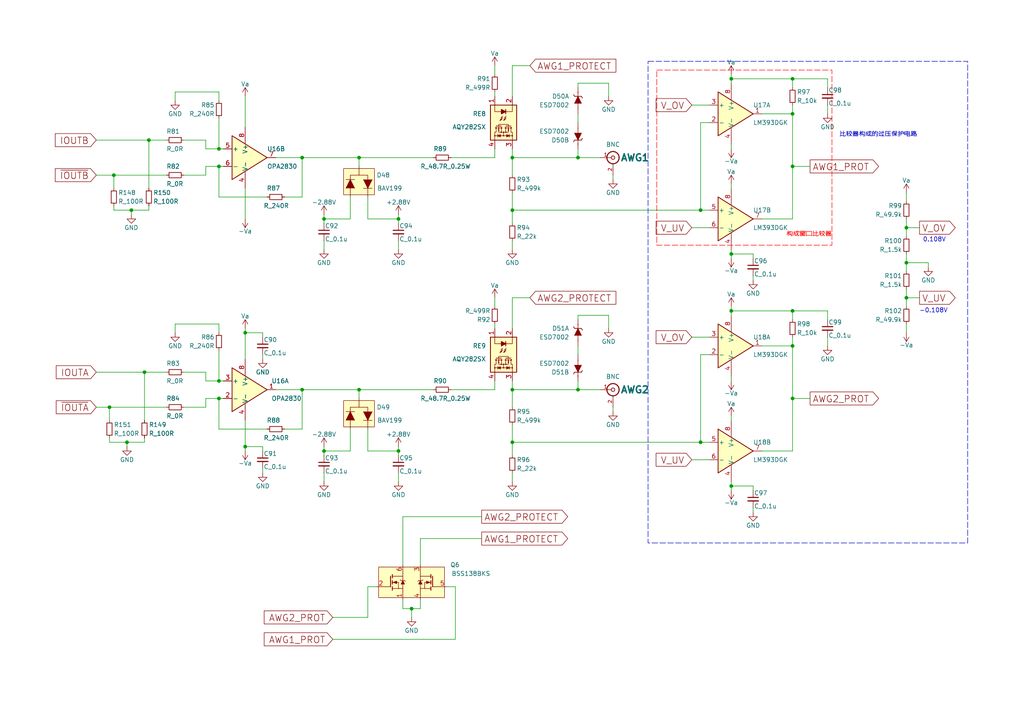
<source format=kicad_sch>
(kicad_sch (version 20231120) (generator "eeschema") (generator_version "8.0")
  (paper "A4")
  (title_block (title "Scopefun Oscilloscope") (rev "v2") (comment 1 "Copyright Dejan Priversek 2017") (comment 2 "Licensed under CERN OHL v.1.2"))
  (lib_symbols
    (symbol "ScopefunParts:+2.88V" (power) (pin_names (offset 0))
      (property "Value" "+2.88V" (at 0 3.556 0))
      (symbol "+2.88V_1_1"
        (pin power_in line (at 0 0 90) (length 0) hide (name "+2.88V") (number "1"))
      )
    )
    (symbol "ScopefunParts:+Va" (power) (pin_names (offset 0))
      (property "Value" "+Va" (at 0 3.556 0))
      (symbol "+Va_1_1"
        (pin power_in line (at 0 0 90) (length 0) hide (name "Va") (number "1"))
      )
    )
    (symbol "ScopefunParts:-2.88V" (power) (pin_names (offset 0))
      (property "Value" "-2.88V" (at 0 3.556 0))
      (symbol "-2.88V_1_1"
        (pin power_in line (at 0 0 90) (length 0) hide (name "-2.88V") (number "1"))
      )
    )
    (symbol "ScopefunParts:-Va" (power) (pin_names (offset 0))
      (property "Value" "-Va" (at 0 3.556 0))
      (symbol "-Va_1_1"
        (pin power_in line (at 0 0 90) (length 0) hide (name "-Va") (number "1"))
      )
    )
    (symbol "ScopefunParts:AQY282SX" (pin_names (offset 1.016))
      (property "Reference" "RE" (at -5.08 5.08 0))
      (property "Value" "AQY282SX" (at 0 5.08 0))
      (symbol "AQY282SX_1_1"
        (pin passive line (at -7.62 2.54 0) (length 2.54) (name "~") (number "1"))
        (pin passive line (at -7.62 -2.54 0) (length 2.54) (name "~") (number "2"))
        (pin passive line (at 7.62 -2.54 180) (length 2.54) (name "~") (number "3"))
        (pin passive line (at 7.62 2.54 180) (length 2.54) (name "~") (number "4"))
      )
    )
    (symbol "ScopefunParts:BAV199" (pin_numbers hide) (pin_names (offset 1.016) hide)
      (property "Reference" "D" (at 5.08 2.54 0))
      (property "Value" "BAV199" (at 5.08 -1.27 0))
      (symbol "BAV199_1_1"
        (pin passive line (at -2.54 -3.81 90) (length 2.54) (name "1") (number "1"))
        (pin passive line (at 2.54 -3.81 90) (length 2.54) (name "2") (number "2"))
        (pin passive line (at 0 5.08 270) (length 2.54) (name "3") (number "3"))
      )
    )
    (symbol "ScopefunParts:BNC" (pin_names (offset 1.016) hide)
      (property "Reference" "P" (at 0.254 3.048 0))
      (property "Value" "BNC" (at 0 -6.35 0))
      (symbol "BNC_1_1"
        (pin passive line (at 3.81 0 180) (length 3.302) (name "In") (number "1"))
        (pin passive line (at 0 -5.08 90) (length 3.302) (name "Ext") (number "2"))
      )
    )
    (symbol "ScopefunParts:BSS138BKS" (pin_names (offset 0) hide)
      (property "Reference" "Q" (at 13.97 5.08 0))
      (property "Value" "BSS138BKS" (at 22.86 2.54 0))
      (symbol "BSS138BKS_1_1"
        (pin passive line (at -2.54 -5.08 90) (length 2.54) (name "S1") (number "1"))
        (pin input line (at -10.16 -1.27 0) (length 2.54) (name "G1") (number "2"))
        (pin passive line (at 2.54 5.08 270) (length 2.54) (name "D2") (number "3"))
        (pin passive line (at 2.54 -5.08 90) (length 2.54) (name "S2") (number "4"))
        (pin input line (at 10.16 -1.27 180) (length 2.54) (name "G2") (number "5"))
        (pin passive line (at -2.54 5.08 270) (length 2.54) (name "D1") (number "6"))
      )
    )
    (symbol "ScopefunParts:C_0.1u" (pin_numbers hide) (pin_names (offset 0.254) hide)
      (property "Reference" "C" (at 0.254 1.778 0))
      (property "Value" "C_0.1u" (at 0.254 -2.032 0))
      (symbol "C_0.1u_1_1"
        (pin passive line (at 0 2.54 270) (length 1.905) (name "~") (number "1"))
        (pin passive line (at 0 -2.54 90) (length 2.032) (name "~") (number "2"))
      )
    )
    (symbol "ScopefunParts:ESD7002" (pin_numbers hide) (pin_names (offset 1.016) hide)
      (property "Reference" "D" (at 2.54 1.27 0))
      (property "Value" "ESD7002" (at 2.54 -1.27 0))
      (symbol "ESD7002_0_1"
        (pin passive line (at 0 -3.81 90) (length 1.524) (name "A") (number "3"))
      )
      (symbol "ESD7002_1_1"
        (pin passive line (at 0 3.81 270) (length 1.524) (name "C") (number "1"))
      )
      (symbol "ESD7002_2_1"
        (pin passive line (at 0 3.81 270) (length 1.524) (name "C") (number "2"))
      )
    )
    (symbol "ScopefunParts:LM393DGK" (pin_names (offset 0.127))
      (property "Reference" "U" (at 5.08 2.54 0))
      (property "Value" "LM393DGK" (at 5.08 -2.54 0))
      (symbol "LM393DGK_0_1"
        (pin power_in line (at -1.27 -8.89 90) (length 4.826) (name "V-") (number "4"))
        (pin power_in line (at -1.27 8.89 270) (length 4.826) (name "V+") (number "8"))
      )
      (symbol "LM393DGK_1_1"
        (pin open_collector line (at 7.62 0 180) (length 2.54) (name "~") (number "1"))
        (pin input line (at -7.62 -2.54 0) (length 2.54) (name "-") (number "2"))
        (pin input line (at -7.62 2.54 0) (length 2.54) (name "+") (number "3"))
      )
      (symbol "LM393DGK_2_1"
        (pin input line (at -7.62 2.54 0) (length 2.54) (name "+") (number "5"))
        (pin input line (at -7.62 -2.54 0) (length 2.54) (name "-") (number "6"))
        (pin open_collector line (at 7.62 0 180) (length 2.54) (name "~") (number "7"))
      )
    )
    (symbol "ScopefunParts:OPA2830" (pin_names (offset 0.127))
      (property "Reference" "U" (at 5.08 2.54 0))
      (property "Value" "OPA2830" (at 5.08 -2.54 0))
      (symbol "OPA2830_0_1"
        (pin power_in line (at -1.27 -8.89 90) (length 4.826) (name "V-") (number "4"))
        (pin power_in line (at -1.27 8.89 270) (length 4.826) (name "V+") (number "8"))
      )
      (symbol "OPA2830_1_1"
        (pin output line (at 7.62 0 180) (length 2.54) (name "~") (number "1"))
        (pin input line (at -7.62 -2.54 0) (length 2.54) (name "-") (number "2"))
        (pin input line (at -7.62 2.54 0) (length 2.54) (name "+") (number "3"))
      )
      (symbol "OPA2830_2_1"
        (pin input line (at -7.62 2.54 0) (length 2.54) (name "+") (number "5"))
        (pin input line (at -7.62 -2.54 0) (length 2.54) (name "-") (number "6"))
        (pin output line (at 7.62 0 180) (length 2.54) (name "~") (number "7"))
      )
    )
    (symbol "ScopefunParts:R_0R_0603" (pin_numbers hide) (pin_names (offset 0.254) hide)
      (property "Reference" "R" (at 1.27 1.27 0))
      (property "Value" "R_0R_0603" (at 1.27 -1.27 0))
      (symbol "R_0R_0603_1_1"
        (pin passive line (at 0 2.54 270) (length 0.762) (name "~") (number "1"))
        (pin passive line (at 0 -2.54 90) (length 0.762) (name "~") (number "2"))
      )
    )
    (symbol "ScopefunParts:R_1.5k" (pin_numbers hide) (pin_names (offset 0.254) hide)
      (property "Reference" "R" (at 1.27 1.27 0))
      (property "Value" "R_1.5k" (at 1.27 -1.27 0))
      (symbol "R_1.5k_1_1"
        (pin passive line (at 0 2.54 270) (length 0.762) (name "~") (number "1"))
        (pin passive line (at 0 -2.54 90) (length 0.762) (name "~") (number "2"))
      )
    )
    (symbol "ScopefunParts:R_100R" (pin_numbers hide) (pin_names (offset 0.254) hide)
      (property "Reference" "R" (at 1.27 1.27 0))
      (property "Value" "R_100R" (at 1.27 -1.27 0))
      (symbol "R_100R_1_1"
        (pin passive line (at 0 2.54 270) (length 0.762) (name "~") (number "1"))
        (pin passive line (at 0 -2.54 90) (length 0.762) (name "~") (number "2"))
      )
    )
    (symbol "ScopefunParts:R_10k" (pin_numbers hide) (pin_names (offset 0.254) hide)
      (property "Reference" "R" (at 1.27 1.27 0))
      (property "Value" "R_10k" (at 1.27 -1.27 0))
      (symbol "R_10k_1_1"
        (pin passive line (at 0 2.54 270) (length 0.762) (name "~") (number "1"))
        (pin passive line (at 0 -2.54 90) (length 0.762) (name "~") (number "2"))
      )
    )
    (symbol "ScopefunParts:R_22k" (pin_numbers hide) (pin_names (offset 0.254) hide)
      (property "Reference" "R" (at 1.27 1.27 0))
      (property "Value" "R_22k" (at 1.27 -1.27 0))
      (symbol "R_22k_1_1"
        (pin passive line (at 0 2.54 270) (length 0.762) (name "~") (number "1"))
        (pin passive line (at 0 -2.54 90) (length 0.762) (name "~") (number "2"))
      )
    )
    (symbol "ScopefunParts:R_240R" (pin_numbers hide) (pin_names (offset 0.254) hide)
      (property "Reference" "R" (at 1.27 1.27 0))
      (property "Value" "R_240R" (at 1.27 -1.27 0))
      (symbol "R_240R_1_1"
        (pin passive line (at 0 2.54 270) (length 0.762) (name "~") (number "1"))
        (pin passive line (at 0 -2.54 90) (length 0.762) (name "~") (number "2"))
      )
    )
    (symbol "ScopefunParts:R_48.7R_0.25W" (pin_numbers hide) (pin_names (offset 0.254) hide)
      (property "Reference" "R" (at 1.27 1.27 0))
      (property "Value" "R_48.7R_0.25W" (at 1.27 -1.27 0))
      (symbol "R_48.7R_0.25W_1_1"
        (pin passive line (at 0 2.54 270) (length 0.762) (name "~") (number "1"))
        (pin passive line (at 0 -2.54 90) (length 0.762) (name "~") (number "2"))
      )
    )
    (symbol "ScopefunParts:R_49.9k" (pin_numbers hide) (pin_names (offset 0.254) hide)
      (property "Reference" "R" (at 1.27 1.27 0))
      (property "Value" "R_49.9k" (at 1.27 -1.27 0))
      (symbol "R_49.9k_1_1"
        (pin passive line (at 0 2.54 270) (length 0.762) (name "~") (number "1"))
        (pin passive line (at 0 -2.54 90) (length 0.762) (name "~") (number "2"))
      )
    )
    (symbol "ScopefunParts:R_499R" (pin_numbers hide) (pin_names (offset 0.254) hide)
      (property "Reference" "R" (at 1.27 1.27 0))
      (property "Value" "R_499R" (at 1.27 -1.27 0))
      (symbol "R_499R_1_1"
        (pin passive line (at 0 2.54 270) (length 0.762) (name "~") (number "1"))
        (pin passive line (at 0 -2.54 90) (length 0.762) (name "~") (number "2"))
      )
    )
    (symbol "ScopefunParts:R_499k" (pin_numbers hide) (pin_names (offset 0.254) hide)
      (property "Reference" "R" (at 1.27 1.27 0))
      (property "Value" "R_499k" (at 1.27 -1.27 0))
      (symbol "R_499k_1_1"
        (pin passive line (at 0 2.54 270) (length 0.762) (name "~") (number "1"))
        (pin passive line (at 0 -2.54 90) (length 0.762) (name "~") (number "2"))
      )
    )
    (symbol "Scopefun_v2-rescue:GND" (power) (pin_names (offset 0))
      (property "Value" "GND" (at 0 -3.81 0))
      (symbol "GND_1_1"
        (pin power_in line (at 0 0 270) (length 0) hide (name "GND") (number "1"))
      )
    )
  )
  (junction (at 63.5 115.57))
  (junction (at 71.12 129.54))
  (junction (at 63.5 110.49))
  (junction (at 87.63 45.72))
  (junction (at 229.87 33.02))
  (junction (at 212.09 90.17))
  (junction (at 148.59 128.27))
  (junction (at 229.87 100.33))
  (junction (at 229.87 48.26))
  (junction (at 93.98 63.5))
  (junction (at 93.98 130.81))
  (junction (at 63.5 48.26))
  (junction (at 33.02 50.8))
  (junction (at 104.14 45.72))
  (junction (at 43.18 40.64))
  (junction (at 212.09 22.86))
  (junction (at 119.38 176.53))
  (junction (at 262.89 76.2))
  (junction (at 31.75 118.11))
  (junction (at 203.2 60.96))
  (junction (at 167.64 45.72))
  (junction (at 38.1 60.96))
  (junction (at 63.5 43.18))
  (junction (at 229.87 90.17))
  (junction (at 229.87 115.57))
  (junction (at 229.87 22.86))
  (junction (at 87.63 113.03))
  (junction (at 148.59 113.03))
  (junction (at 262.89 86.36))
  (junction (at 115.57 63.5))
  (junction (at 115.57 130.81))
  (junction (at 41.91 107.95))
  (junction (at 212.09 73.66))
  (junction (at 203.2 128.27))
  (junction (at 167.64 113.03))
  (junction (at 148.59 60.96))
  (junction (at 104.14 113.03))
  (junction (at 71.12 96.52))
  (junction (at 212.09 140.97))
  (junction (at 36.83 128.27))
  (junction (at 148.59 45.72))
  (junction (at 262.89 66.04))
  (wire (pts (xy 212.09 53.34) (xy 212.09 54.61)))
  (wire (pts (xy 167.64 91.44) (xy 176.53 91.44)))
  (wire (pts (xy 212.09 72.39) (xy 212.09 73.66)))
  (wire (pts (xy 262.89 66.04) (xy 262.89 68.58)))
  (wire (pts (xy 76.2 130.81) (xy 76.2 129.54)))
  (wire (pts (xy 148.59 113.03) (xy 148.59 118.11)))
  (wire (pts (xy 93.98 69.85) (xy 93.98 72.39)))
  (wire (pts (xy 121.92 156.21) (xy 139.7 156.21)))
  (wire (pts (xy 27.94 40.64) (xy 43.18 40.64)))
  (wire (pts (xy 229.87 115.57) (xy 229.87 130.81)))
  (wire (pts (xy 148.59 45.72) (xy 148.59 50.8)))
  (wire (pts (xy 82.55 124.46) (xy 87.63 124.46)))
  (wire (pts (xy 101.6 57.15) (xy 101.6 63.5)))
  (wire (pts (xy 104.14 45.72) (xy 125.73 45.72)))
  (wire (pts (xy 71.12 54.61) (xy 71.12 63.5)))
  (wire (pts (xy 80.01 113.03) (xy 87.63 113.03)))
  (wire (pts (xy 115.57 130.81) (xy 115.57 132.08)))
  (wire (pts (xy 63.5 48.26) (xy 64.77 48.26)))
  (wire (pts (xy 176.53 91.44) (xy 176.53 95.25)))
  (wire (pts (xy 176.53 24.13) (xy 176.53 27.94)))
  (wire (pts (xy 212.09 139.7) (xy 212.09 140.97)))
  (wire (pts (xy 218.44 80.01) (xy 218.44 81.28)))
  (wire (pts (xy 148.59 110.49) (xy 148.59 113.03)))
  (wire (pts (xy 93.98 130.81) (xy 93.98 132.08)))
  (wire (pts (xy 143.51 110.49) (xy 143.51 113.03)))
  (wire (pts (xy 266.7 86.36) (xy 262.89 86.36)))
  (wire (pts (xy 76.2 97.79) (xy 76.2 96.52)))
  (wire (pts (xy 229.87 30.48) (xy 229.87 33.02)))
  (wire (pts (xy 116.84 176.53) (xy 119.38 176.53)))
  (wire (pts (xy 143.51 86.36) (xy 143.51 88.9)))
  (wire (pts (xy 59.69 115.57) (xy 59.69 118.11)))
  (wire (pts (xy 212.09 21.59) (xy 212.09 22.86)))
  (wire (pts (xy 76.2 129.54) (xy 71.12 129.54)))
  (wire (pts (xy 229.87 90.17) (xy 240.03 90.17)))
  (wire (pts (xy 218.44 142.24) (xy 218.44 140.97)))
  (wire (pts (xy 167.64 113.03) (xy 173.99 113.03)))
  (wire (pts (xy 269.24 76.2) (xy 269.24 77.47)))
  (wire (pts (xy 59.69 115.57) (xy 63.5 115.57)))
  (wire (pts (xy 116.84 173.99) (xy 116.84 176.53)))
  (wire (pts (xy 212.09 120.65) (xy 212.09 121.92)))
  (wire (pts (xy 59.69 48.26) (xy 59.69 50.8)))
  (wire (pts (xy 229.87 97.79) (xy 229.87 100.33)))
  (wire (pts (xy 240.03 30.48) (xy 240.03 33.02)))
  (wire (pts (xy 229.87 130.81) (xy 220.98 130.81)))
  (wire (pts (xy 104.14 45.72) (xy 104.14 48.26)))
  (wire (pts (xy 87.63 45.72) (xy 104.14 45.72)))
  (wire (pts (xy 148.59 86.36) (xy 148.59 95.25)))
  (wire (pts (xy 262.89 63.5) (xy 262.89 66.04)))
  (wire (pts (xy 77.47 57.15) (xy 63.5 57.15)))
  (wire (pts (xy 218.44 147.32) (xy 218.44 148.59)))
  (wire (pts (xy 53.34 107.95) (xy 59.69 107.95)))
  (wire (pts (xy 63.5 101.6) (xy 63.5 110.49)))
  (wire (pts (xy 115.57 137.16) (xy 115.57 139.7)))
  (wire (pts (xy 167.64 100.33) (xy 167.64 102.87)))
  (wire (pts (xy 212.09 73.66) (xy 212.09 74.93)))
  (wire (pts (xy 212.09 22.86) (xy 212.09 24.13)))
  (wire (pts (xy 106.68 130.81) (xy 115.57 130.81)))
  (wire (pts (xy 148.59 60.96) (xy 203.2 60.96)))
  (wire (pts (xy 59.69 43.18) (xy 63.5 43.18)))
  (wire (pts (xy 143.51 43.18) (xy 143.51 45.72)))
  (wire (pts (xy 200.66 30.48) (xy 205.74 30.48)))
  (wire (pts (xy 96.52 185.42) (xy 132.08 185.42)))
  (wire (pts (xy 143.51 113.03) (xy 130.81 113.03)))
  (wire (pts (xy 106.68 179.07) (xy 106.68 170.18)))
  (wire (pts (xy 229.87 22.86) (xy 240.03 22.86)))
  (wire (pts (xy 218.44 74.93) (xy 218.44 73.66)))
  (wire (pts (xy 203.2 128.27) (xy 205.74 128.27)))
  (wire (pts (xy 212.09 90.17) (xy 212.09 91.44)))
  (wire (pts (xy 148.59 60.96) (xy 148.59 64.77)))
  (wire (pts (xy 104.14 113.03) (xy 104.14 115.57)))
  (wire (pts (xy 229.87 48.26) (xy 229.87 63.5)))
  (wire (pts (xy 220.98 100.33) (xy 229.87 100.33)))
  (wire (pts (xy 167.64 110.49) (xy 167.64 113.03)))
  (wire (pts (xy 38.1 62.23) (xy 38.1 60.96)))
  (wire (pts (xy 106.68 124.46) (xy 106.68 130.81)))
  (wire (pts (xy 229.87 25.4) (xy 229.87 22.86)))
  (wire (pts (xy 93.98 63.5) (xy 93.98 64.77)))
  (wire (pts (xy 143.51 19.05) (xy 143.51 21.59)))
  (wire (pts (xy 31.75 118.11) (xy 31.75 121.92)))
  (wire (pts (xy 205.74 102.87) (xy 203.2 102.87)))
  (wire (pts (xy 234.95 115.57) (xy 229.87 115.57)))
  (wire (pts (xy 87.63 57.15) (xy 87.63 45.72)))
  (wire (pts (xy 93.98 62.23) (xy 93.98 63.5)))
  (wire (pts (xy 121.92 163.83) (xy 121.92 156.21)))
  (wire (pts (xy 41.91 107.95) (xy 48.26 107.95)))
  (wire (pts (xy 31.75 128.27) (xy 36.83 128.27)))
  (wire (pts (xy 177.8 118.11) (xy 177.8 119.38)))
  (wire (pts (xy 220.98 33.02) (xy 229.87 33.02)))
  (wire (pts (xy 177.8 50.8) (xy 177.8 52.07)))
  (wire (pts (xy 50.8 93.98) (xy 63.5 93.98)))
  (wire (pts (xy 229.87 92.71) (xy 229.87 90.17)))
  (wire (pts (xy 71.12 129.54) (xy 71.12 130.81)))
  (wire (pts (xy 148.59 55.88) (xy 148.59 60.96)))
  (wire (pts (xy 119.38 176.53) (xy 119.38 179.07)))
  (wire (pts (xy 229.87 100.33) (xy 229.87 115.57)))
  (wire (pts (xy 143.51 45.72) (xy 130.81 45.72)))
  (wire (pts (xy 63.5 34.29) (xy 63.5 43.18)))
  (wire (pts (xy 101.6 63.5) (xy 93.98 63.5)))
  (wire (pts (xy 143.51 93.98) (xy 143.51 95.25)))
  (wire (pts (xy 116.84 149.86) (xy 139.7 149.86)))
  (wire (pts (xy 262.89 83.82) (xy 262.89 86.36)))
  (wire (pts (xy 167.64 25.4) (xy 167.64 24.13)))
  (wire (pts (xy 132.08 185.42) (xy 132.08 170.18)))
  (wire (pts (xy 116.84 163.83) (xy 116.84 149.86)))
  (wire (pts (xy 50.8 29.21) (xy 50.8 26.67)))
  (wire (pts (xy 50.8 96.52) (xy 50.8 93.98)))
  (wire (pts (xy 41.91 128.27) (xy 41.91 127)))
  (wire (pts (xy 262.89 73.66) (xy 262.89 76.2)))
  (wire (pts (xy 59.69 107.95) (xy 59.69 110.49)))
  (wire (pts (xy 63.5 93.98) (xy 63.5 96.52)))
  (wire (pts (xy 115.57 129.54) (xy 115.57 130.81)))
  (wire (pts (xy 167.64 43.18) (xy 167.64 45.72)))
  (wire (pts (xy 101.6 130.81) (xy 93.98 130.81)))
  (wire (pts (xy 148.59 43.18) (xy 148.59 45.72)))
  (wire (pts (xy 148.59 128.27) (xy 148.59 132.08)))
  (wire (pts (xy 63.5 110.49) (xy 64.77 110.49)))
  (wire (pts (xy 82.55 57.15) (xy 87.63 57.15)))
  (wire (pts (xy 27.94 50.8) (xy 33.02 50.8)))
  (wire (pts (xy 71.12 36.83) (xy 71.12 27.94)))
  (wire (pts (xy 262.89 93.98) (xy 262.89 96.52)))
  (wire (pts (xy 41.91 107.95) (xy 41.91 121.92)))
  (wire (pts (xy 59.69 48.26) (xy 63.5 48.26)))
  (wire (pts (xy 132.08 170.18) (xy 129.54 170.18)))
  (wire (pts (xy 205.74 35.56) (xy 203.2 35.56)))
  (wire (pts (xy 33.02 50.8) (xy 33.02 54.61)))
  (wire (pts (xy 63.5 115.57) (xy 64.77 115.57)))
  (wire (pts (xy 80.01 45.72) (xy 87.63 45.72)))
  (wire (pts (xy 96.52 179.07) (xy 106.68 179.07)))
  (wire (pts (xy 218.44 73.66) (xy 212.09 73.66)))
  (wire (pts (xy 87.63 113.03) (xy 104.14 113.03)))
  (wire (pts (xy 33.02 59.69) (xy 33.02 60.96)))
  (wire (pts (xy 167.64 24.13) (xy 176.53 24.13)))
  (wire (pts (xy 153.67 86.36) (xy 148.59 86.36)))
  (wire (pts (xy 76.2 135.89) (xy 76.2 137.16)))
  (wire (pts (xy 59.69 40.64) (xy 59.69 43.18)))
  (wire (pts (xy 200.66 133.35) (xy 205.74 133.35)))
  (wire (pts (xy 77.47 124.46) (xy 63.5 124.46)))
  (wire (pts (xy 59.69 118.11) (xy 53.34 118.11)))
  (wire (pts (xy 115.57 63.5) (xy 115.57 64.77)))
  (wire (pts (xy 71.12 121.92) (xy 71.12 129.54)))
  (wire (pts (xy 36.83 129.54) (xy 36.83 128.27)))
  (wire (pts (xy 148.59 123.19) (xy 148.59 128.27)))
  (wire (pts (xy 31.75 127) (xy 31.75 128.27)))
  (wire (pts (xy 106.68 57.15) (xy 106.68 63.5)))
  (wire (pts (xy 229.87 63.5) (xy 220.98 63.5)))
  (wire (pts (xy 262.89 86.36) (xy 262.89 88.9)))
  (wire (pts (xy 148.59 69.85) (xy 148.59 72.39)))
  (wire (pts (xy 212.09 41.91) (xy 212.09 43.18)))
  (wire (pts (xy 200.66 97.79) (xy 205.74 97.79)))
  (wire (pts (xy 262.89 76.2) (xy 269.24 76.2)))
  (wire (pts (xy 218.44 140.97) (xy 212.09 140.97)))
  (wire (pts (xy 240.03 97.79) (xy 240.03 100.33)))
  (wire (pts (xy 33.02 50.8) (xy 48.26 50.8)))
  (wire (pts (xy 212.09 88.9) (xy 212.09 90.17)))
  (wire (pts (xy 36.83 128.27) (xy 41.91 128.27)))
  (wire (pts (xy 50.8 26.67) (xy 63.5 26.67)))
  (wire (pts (xy 33.02 60.96) (xy 38.1 60.96)))
  (wire (pts (xy 63.5 43.18) (xy 64.77 43.18)))
  (wire (pts (xy 212.09 140.97) (xy 212.09 142.24)))
  (wire (pts (xy 101.6 124.46) (xy 101.6 130.81)))
  (wire (pts (xy 63.5 124.46) (xy 63.5 115.57)))
  (wire (pts (xy 148.59 45.72) (xy 167.64 45.72)))
  (wire (pts (xy 53.34 40.64) (xy 59.69 40.64)))
  (wire (pts (xy 93.98 137.16) (xy 93.98 139.7)))
  (wire (pts (xy 229.87 33.02) (xy 229.87 48.26)))
  (wire (pts (xy 38.1 60.96) (xy 43.18 60.96)))
  (wire (pts (xy 148.59 19.05) (xy 148.59 27.94)))
  (wire (pts (xy 203.2 35.56) (xy 203.2 60.96)))
  (wire (pts (xy 76.2 96.52) (xy 71.12 96.52)))
  (wire (pts (xy 27.94 118.11) (xy 31.75 118.11)))
  (wire (pts (xy 71.12 96.52) (xy 71.12 104.14)))
  (wire (pts (xy 167.64 92.71) (xy 167.64 91.44)))
  (wire (pts (xy 63.5 57.15) (xy 63.5 48.26)))
  (wire (pts (xy 106.68 170.18) (xy 109.22 170.18)))
  (wire (pts (xy 200.66 66.04) (xy 205.74 66.04)))
  (wire (pts (xy 87.63 124.46) (xy 87.63 113.03)))
  (wire (pts (xy 43.18 60.96) (xy 43.18 59.69)))
  (wire (pts (xy 59.69 110.49) (xy 63.5 110.49)))
  (wire (pts (xy 119.38 176.53) (xy 121.92 176.53)))
  (wire (pts (xy 63.5 26.67) (xy 63.5 29.21)))
  (wire (pts (xy 71.12 95.25) (xy 71.12 96.52)))
  (wire (pts (xy 153.67 19.05) (xy 148.59 19.05)))
  (wire (pts (xy 115.57 69.85) (xy 115.57 72.39)))
  (wire (pts (xy 143.51 26.67) (xy 143.51 27.94)))
  (wire (pts (xy 262.89 55.88) (xy 262.89 58.42)))
  (wire (pts (xy 31.75 118.11) (xy 48.26 118.11)))
  (wire (pts (xy 167.64 33.02) (xy 167.64 35.56)))
  (wire (pts (xy 266.7 66.04) (xy 262.89 66.04)))
  (wire (pts (xy 121.92 176.53) (xy 121.92 173.99)))
  (wire (pts (xy 27.94 107.95) (xy 41.91 107.95)))
  (wire (pts (xy 212.09 22.86) (xy 229.87 22.86)))
  (wire (pts (xy 212.09 90.17) (xy 229.87 90.17)))
  (wire (pts (xy 148.59 128.27) (xy 203.2 128.27)))
  (wire (pts (xy 59.69 50.8) (xy 53.34 50.8)))
  (wire (pts (xy 106.68 63.5) (xy 115.57 63.5)))
  (wire (pts (xy 43.18 40.64) (xy 43.18 54.61)))
  (wire (pts (xy 262.89 76.2) (xy 262.89 78.74)))
  (wire (pts (xy 148.59 113.03) (xy 167.64 113.03)))
  (wire (pts (xy 93.98 129.54) (xy 93.98 130.81)))
  (wire (pts (xy 76.2 104.14) (xy 76.2 102.87)))
  (wire (pts (xy 203.2 60.96) (xy 205.74 60.96)))
  (wire (pts (xy 167.64 45.72) (xy 173.99 45.72)))
  (wire (pts (xy 148.59 137.16) (xy 148.59 139.7)))
  (wire (pts (xy 43.18 40.64) (xy 48.26 40.64)))
  (wire (pts (xy 240.03 90.17) (xy 240.03 92.71)))
  (wire (pts (xy 104.14 113.03) (xy 125.73 113.03)))
  (wire (pts (xy 115.57 62.23) (xy 115.57 63.5)))
  (wire (pts (xy 203.2 102.87) (xy 203.2 128.27)))
  (wire (pts (xy 212.09 109.22) (xy 212.09 110.49)))
  (wire (pts (xy 240.03 22.86) (xy 240.03 25.4)))
  (wire (pts (xy 234.95 48.26) (xy 229.87 48.26)))
  (rectangle (start 187.96 17.78) (end 280.67 157.48) (stroke (width 0) (type dash)))
  (rectangle (start 190.5 20.32) (end 241.3 71.12) (stroke (width 0) (type dash) (color 255 0 0 1)))
  (text "-0.108V" (at 270.764 90.17 0) (effects (font (size 1.27 1.27))))
  (text "构成窗口比较器\n" (at 234.696 68.072 0) (effects (font (size 1.27 1.27))))
  (text "比较器构成的过压保护电路\n" (at 254.762 39.116 0) (effects (font (size 1.27 1.27))))
  (text "0.108V" (at 271.018 69.596 0) (effects (font (size 1.27 1.27))))
  (global_label "AWG1_PROTECT" (shape input) (at 153.67 19.05 0) (effects (font (size 1.905 1.905))) (property "Intersheetrefs" "${INTERSHEET_REFS}" (effects (hide yes))))
  (global_label "AWG1_PROT" (shape input) (at 96.52 185.42 180) (effects (font (size 1.905 1.905))) (property "Intersheetrefs" "${INTERSHEET_REFS}" (effects (hide yes))))
  (global_label "~{IOUTA}" (shape input) (at 27.94 118.11 180) (effects (font (size 1.905 1.905))) (property "Intersheetrefs" "${INTERSHEET_REFS}" (effects (hide yes))))
  (global_label "V_OV" (shape input) (at 200.66 30.48 180) (effects (font (size 1.905 1.905))) (property "Intersheetrefs" "${INTERSHEET_REFS}" (effects (hide yes))))
  (global_label "V_UV" (shape output) (at 266.7 86.36 0) (effects (font (size 1.905 1.905))) (property "Intersheetrefs" "${INTERSHEET_REFS}" (effects (hide yes))))
  (global_label "AWG2_PROT" (shape output) (at 234.95 115.57 0) (effects (font (size 1.905 1.905))) (property "Intersheetrefs" "${INTERSHEET_REFS}" (effects (hide yes))))
  (global_label "AWG2_PROTECT" (shape output) (at 139.7 149.86 0) (effects (font (size 1.905 1.905))) (property "Intersheetrefs" "${INTERSHEET_REFS}" (effects (hide yes))))
  (global_label "V_UV" (shape input) (at 200.66 66.04 180) (effects (font (size 1.905 1.905))) (property "Intersheetrefs" "${INTERSHEET_REFS}" (effects (hide yes))))
  (global_label "V_UV" (shape input) (at 200.66 133.35 180) (effects (font (size 1.905 1.905))) (property "Intersheetrefs" "${INTERSHEET_REFS}" (effects (hide yes))))
  (global_label "V_OV" (shape input) (at 200.66 97.79 180) (effects (font (size 1.905 1.905))) (property "Intersheetrefs" "${INTERSHEET_REFS}" (effects (hide yes))))
  (global_label "IOUTA" (shape input) (at 27.94 107.95 180) (effects (font (size 1.905 1.905))) (property "Intersheetrefs" "${INTERSHEET_REFS}" (effects (hide yes))))
  (global_label "IOUTB" (shape input) (at 27.94 40.64 180) (effects (font (size 1.905 1.905))) (property "Intersheetrefs" "${INTERSHEET_REFS}" (effects (hide yes))))
  (global_label "V_OV" (shape output) (at 266.7 66.04 0) (effects (font (size 1.905 1.905))) (property "Intersheetrefs" "${INTERSHEET_REFS}" (effects (hide yes))))
  (global_label "AWG2_PROTECT" (shape input) (at 153.67 86.36 0) (effects (font (size 1.905 1.905))) (property "Intersheetrefs" "${INTERSHEET_REFS}" (effects (hide yes))))
  (global_label "~{IOUTB}" (shape input) (at 27.94 50.8 180) (effects (font (size 1.905 1.905))) (property "Intersheetrefs" "${INTERSHEET_REFS}" (effects (hide yes))))
  (global_label "AWG1_PROTECT" (shape output) (at 139.7 156.21 0) (effects (font (size 1.905 1.905))) (property "Intersheetrefs" "${INTERSHEET_REFS}" (effects (hide yes))))
  (global_label "AWG1_PROT" (shape output) (at 234.95 48.26 0) (effects (font (size 1.905 1.905))) (property "Intersheetrefs" "${INTERSHEET_REFS}" (effects (hide yes))))
  (global_label "AWG2_PROT" (shape input) (at 96.52 179.07 180) (effects (font (size 1.905 1.905))) (property "Intersheetrefs" "${INTERSHEET_REFS}" (effects (hide yes))))
  (symbol (lib_id "ScopefunParts:OPA2830") (at 72.39 45.72 0) (unit 2)
    (property "Reference" "U16" (at 77.47 43.18 0) (effects (justify left)))
    (property "Value" "OPA2830" (at 77.47 48.26 0) (effects (justify left)))
    (property "Footprint" "ScopefunPackagesLibrary:TSSOP8" (effects (hide yes)))
    (property "Datasheet" "http://www.ti.com/lit/ds/symlink/opa2830.pdf" (effects (hide yes)))
    (property "Description" "Dual, Low-Power, Single-Supply, Wideband OPERATIONAL AMPLIFIER" (effects (hide yes)))
    (property "MFG Part#" "OPA2830IDGKT" (effects (hide yes)))
  )
  (symbol (lib_id "ScopefunParts:+Va") (at 71.12 95.25 0) (unit 1)
    (property "Reference" "#PWR0175" (effects (hide yes)))
    (property "Value" "Va" (at 71.12 91.694 0))
  )
  (symbol (lib_id "ScopefunParts:-Va") (at 71.12 130.81 180) (unit 1)
    (property "Reference" "#PWR0176" (effects (hide yes)))
    (property "Value" "-Va" (at 71.12 134.366 0))
  )
  (symbol (lib_id "Scopefun_v2-rescue:GND") (at 50.8 96.52 0) (unit 1)
    (property "Reference" "#PWR0177" (effects (hide yes)))
    (property "Value" "GND" (at 50.8 100.33 0))
  )
  (symbol (lib_id "ScopefunParts:BAV199") (at 104.14 53.34 0) (unit 1)
    (property "Reference" "D48" (at 109.22 50.8 0) (effects (justify left)))
    (property "Value" "BAV199" (at 113.03 54.61 0))
    (property "Footprint" "ScopefunPackagesLibrary:SOT23" (effects (hide yes)))
    (property "Description" "Low-leakage double diode" (effects (hide yes)))
    (property "MFG Part#" "BAV199-7-F" (effects (hide yes)))
  )
  (symbol (lib_id "ScopefunParts:+2.88V") (at 115.57 62.23 0) (unit 1)
    (property "Reference" "#PWR0178" (effects (hide yes)))
    (property "Value" "+2.88V" (at 115.57 58.674 0))
  )
  (symbol (lib_id "ScopefunParts:C_0.1u") (at 93.98 67.31 0) (unit 1)
    (property "Reference" "C92" (at 94.234 65.532 0) (effects (justify left)))
    (property "Value" "C_0.1u" (at 94.234 69.342 0) (effects (justify left)))
    (property "Footprint" "ScopefunPackagesLibrary:C_0603" (effects (hide yes)))
    (property "Description" "MLCC - SMD/SMT 0603 16V X7R 10%" (effects (hide yes)))
    (property "MFG Part#" "C0603C104K4RACTU" (effects (hide yes)))
  )
  (symbol (lib_id "ScopefunParts:C_0.1u") (at 115.57 67.31 0) (unit 1)
    (property "Reference" "C94" (at 115.824 65.532 0) (effects (justify left)))
    (property "Value" "C_0.1u" (at 115.824 69.342 0) (effects (justify left)))
    (property "Footprint" "ScopefunPackagesLibrary:C_0603" (effects (hide yes)))
    (property "Description" "MLCC - SMD/SMT 0603 16V X7R 10%" (effects (hide yes)))
    (property "MFG Part#" "C0603C104K4RACTU" (effects (hide yes)))
  )
  (symbol (lib_id "Scopefun_v2-rescue:GND") (at 115.57 72.39 0) (unit 1)
    (property "Reference" "#PWR0179" (effects (hide yes)))
    (property "Value" "GND" (at 115.57 76.2 0))
  )
  (symbol (lib_id "Scopefun_v2-rescue:GND") (at 93.98 72.39 0) (unit 1)
    (property "Reference" "#PWR0180" (effects (hide yes)))
    (property "Value" "GND" (at 93.98 76.2 0))
  )
  (symbol (lib_id "ScopefunParts:-2.88V") (at 93.98 62.23 0) (unit 1)
    (property "Reference" "#PWR0181" (effects (hide yes)))
    (property "Value" "-2.88V" (at 93.98 58.674 0))
  )
  (symbol (lib_id "ScopefunParts:R_499R") (at 143.51 24.13 0) (mirror y) (unit 1)
    (property "Reference" "R91" (at 142.24 22.86 0) (effects (justify left)))
    (property "Value" "R_499R" (at 142.24 25.4 0) (effects (justify left)))
    (property "Footprint" "ScopefunPackagesLibrary:R_0603" (effects (hide yes)))
    (property "Datasheet" "http://industrial.panasonic.com/cdbs/www-data/pdf/AOA0000/AOA0000CE2.pdf" (effects (hide yes)))
    (property "Description" "RES SMD 1% 1/10W 0603" (effects (hide yes)))
    (property "MFG Part#" "ERJ-3EKF4990V" (effects (hide yes)))
  )
  (symbol (lib_id "ScopefunParts:+Va") (at 143.51 19.05 0) (mirror y) (unit 1)
    (property "Reference" "#PWR0182" (effects (hide yes)))
    (property "Value" "Va" (at 143.51 15.494 0))
  )
  (symbol (lib_id "ScopefunParts:R_499k") (at 148.59 53.34 0) (unit 1)
    (property "Reference" "R93" (at 149.86 52.07 0) (effects (justify left)))
    (property "Value" "R_499k" (at 149.86 54.61 0) (effects (justify left)))
    (property "Footprint" "ScopefunPackagesLibrary:R_0603" (effects (hide yes)))
    (property "Datasheet" "http://industrial.panasonic.com/cdbs/www-data/pdf/AOA0000/AOA0000CE2.pdf" (effects (hide yes)))
    (property "Description" "RES SMD 1% 1/10W 0603" (effects (hide yes)))
    (property "MFG Part#" "ERJ-3EKF4993V" (effects (hide yes)))
  )
  (symbol (lib_id "ScopefunParts:R_22k") (at 148.59 67.31 0) (unit 1)
    (property "Reference" "R94" (at 149.86 66.04 0) (effects (justify left)))
    (property "Value" "R_22k" (at 149.86 68.58 0) (effects (justify left)))
    (property "Footprint" "ScopefunPackagesLibrary:R_0603" (effects (hide yes)))
    (property "Datasheet" "http://industrial.panasonic.com/cdbs/www-data/pdf/AOA0000/AOA0000CE2.pdf" (effects (hide yes)))
    (property "Description" "RES SMD 1% 1/10W 0603" (effects (hide yes)))
    (property "MFG Part#" "ERJ-3EKF2202V" (effects (hide yes)))
  )
  (symbol (lib_id "Scopefun_v2-rescue:GND") (at 148.59 72.39 0) (unit 1)
    (property "Reference" "#PWR0183" (effects (hide yes)))
    (property "Value" "GND" (at 148.59 76.2 0))
  )
  (symbol (lib_id "Scopefun_v2-rescue:GND") (at 177.8 52.07 0) (unit 1)
    (property "Reference" "#PWR0184" (effects (hide yes)))
    (property "Value" "GND" (at 177.8 55.88 0))
  )
  (symbol (lib_id "ScopefunParts:LM393DGK") (at 213.36 33.02 0) (unit 1)
    (property "Reference" "U17" (at 218.44 30.48 0) (effects (justify left)))
    (property "Value" "LM393DGK" (at 218.44 35.56 0) (effects (justify left)))
    (property "Footprint" "ScopefunPackagesLibrary:TSSOP8" (effects (hide yes)))
    (property "Datasheet" "http://www.ti.com/lit/ds/symlink/lm193.pdf" (effects (hide yes)))
    (property "Description" "Dual, General Purpose, Differential Comparator" (effects (hide yes)))
    (property "MFG Part#" "LM393DGKR" (effects (hide yes)))
  )
  (symbol (lib_id "ScopefunParts:+Va") (at 212.09 53.34 0) (unit 1)
    (property "Reference" "#PWR0188" (effects (hide yes)))
    (property "Value" "Va" (at 212.09 49.784 0))
  )
  (symbol (lib_id "ScopefunParts:-Va") (at 212.09 74.93 0) (mirror x) (unit 1)
    (property "Reference" "#PWR0187" (effects (hide yes)))
    (property "Value" "-Va" (at 212.09 78.486 0))
  )
  (symbol (lib_id "ScopefunParts:+Va") (at 212.09 21.59 0) (unit 1)
    (property "Reference" "#PWR0185" (effects (hide yes)))
    (property "Value" "Va" (at 212.09 18.034 0))
  )
  (symbol (lib_id "ScopefunParts:-Va") (at 212.09 43.18 180) (unit 1)
    (property "Reference" "#PWR0186" (effects (hide yes)))
    (property "Value" "-Va" (at 212.09 46.736 0))
  )
  (symbol (lib_id "ScopefunParts:C_0.1u") (at 240.03 27.94 0) (unit 1)
    (property "Reference" "C98" (at 240.284 26.162 0) (effects (justify left)))
    (property "Value" "C_0.1u" (at 240.284 29.972 0) (effects (justify left)))
    (property "Footprint" "ScopefunPackagesLibrary:C_0603" (effects (hide yes)))
    (property "Description" "MLCC - SMD/SMT 0603 16V X7R 10%" (effects (hide yes)))
    (property "MFG Part#" "C0603C104K4RACTU" (effects (hide yes)))
  )
  (symbol (lib_id "Scopefun_v2-rescue:GND") (at 240.03 33.02 0) (unit 1)
    (property "Reference" "#PWR0189" (effects (hide yes)))
    (property "Value" "GND" (at 240.03 36.83 0))
  )
  (symbol (lib_id "ScopefunParts:+Va") (at 71.12 27.94 0) (unit 1)
    (property "Reference" "#PWR0190" (effects (hide yes)))
    (property "Value" "Va" (at 71.12 24.384 0))
  )
  (symbol (lib_id "ScopefunParts:-Va") (at 71.12 63.5 180) (unit 1)
    (property "Reference" "#PWR0191" (effects (hide yes)))
    (property "Value" "-Va" (at 71.12 67.056 0))
  )
  (symbol (lib_id "Scopefun_v2-rescue:GND") (at 50.8 29.21 0) (unit 1)
    (property "Reference" "#PWR0192" (effects (hide yes)))
    (property "Value" "GND" (at 50.8 33.02 0))
  )
  (symbol (lib_id "ScopefunParts:BAV199") (at 104.14 120.65 0) (unit 1)
    (property "Reference" "D49" (at 109.22 118.11 0) (effects (justify left)))
    (property "Value" "BAV199" (at 113.03 121.92 0))
    (property "Footprint" "ScopefunPackagesLibrary:SOT23" (effects (hide yes)))
    (property "Description" "Low-leakage double diode" (effects (hide yes)))
    (property "MFG Part#" "BAV199-7-F" (effects (hide yes)))
  )
  (symbol (lib_id "ScopefunParts:+2.88V") (at 115.57 129.54 0) (unit 1)
    (property "Reference" "#PWR0193" (effects (hide yes)))
    (property "Value" "+2.88V" (at 115.57 125.984 0))
  )
  (symbol (lib_id "ScopefunParts:C_0.1u") (at 93.98 134.62 0) (unit 1)
    (property "Reference" "C93" (at 94.234 132.842 0) (effects (justify left)))
    (property "Value" "C_0.1u" (at 94.234 136.652 0) (effects (justify left)))
    (property "Footprint" "ScopefunPackagesLibrary:C_0603" (effects (hide yes)))
    (property "Description" "MLCC - SMD/SMT 0603 16V X7R 10%" (effects (hide yes)))
    (property "MFG Part#" "C0603C104K4RACTU" (effects (hide yes)))
  )
  (symbol (lib_id "ScopefunParts:C_0.1u") (at 115.57 134.62 0) (unit 1)
    (property "Reference" "C95" (at 115.824 132.842 0) (effects (justify left)))
    (property "Value" "C_0.1u" (at 115.824 136.652 0) (effects (justify left)))
    (property "Footprint" "ScopefunPackagesLibrary:C_0603" (effects (hide yes)))
    (property "Description" "MLCC - SMD/SMT 0603 16V X7R 10%" (effects (hide yes)))
    (property "MFG Part#" "C0603C104K4RACTU" (effects (hide yes)))
  )
  (symbol (lib_id "Scopefun_v2-rescue:GND") (at 115.57 139.7 0) (unit 1)
    (property "Reference" "#PWR0194" (effects (hide yes)))
    (property "Value" "GND" (at 115.57 143.51 0))
  )
  (symbol (lib_id "Scopefun_v2-rescue:GND") (at 93.98 139.7 0) (unit 1)
    (property "Reference" "#PWR0195" (effects (hide yes)))
    (property "Value" "GND" (at 93.98 143.51 0))
  )
  (symbol (lib_id "ScopefunParts:-2.88V") (at 93.98 129.54 0) (unit 1)
    (property "Reference" "#PWR0196" (effects (hide yes)))
    (property "Value" "-2.88V" (at 93.98 125.984 0))
  )
  (symbol (lib_id "ScopefunParts:R_499R") (at 143.51 91.44 180) (unit 1)
    (property "Reference" "R92" (at 142.24 92.71 0) (effects (justify left)))
    (property "Value" "R_499R" (at 142.24 90.17 0) (effects (justify left)))
    (property "Footprint" "ScopefunPackagesLibrary:R_0603" (effects (hide yes)))
    (property "Datasheet" "http://industrial.panasonic.com/cdbs/www-data/pdf/AOA0000/AOA0000CE2.pdf" (effects (hide yes)))
    (property "Description" "RES SMD 1% 1/10W 0603" (effects (hide yes)))
    (property "MFG Part#" "ERJ-3EKF4990V" (effects (hide yes)))
  )
  (symbol (lib_id "ScopefunParts:+Va") (at 143.51 86.36 0) (unit 1)
    (property "Reference" "#PWR0197" (effects (hide yes)))
    (property "Value" "Va" (at 143.51 82.804 0))
  )
  (symbol (lib_id "ScopefunParts:R_499k") (at 148.59 120.65 0) (unit 1)
    (property "Reference" "R95" (at 149.86 119.38 0) (effects (justify left)))
    (property "Value" "R_499k" (at 149.86 121.92 0) (effects (justify left)))
    (property "Footprint" "ScopefunPackagesLibrary:R_0603" (effects (hide yes)))
    (property "Datasheet" "http://industrial.panasonic.com/cdbs/www-data/pdf/AOA0000/AOA0000CE2.pdf" (effects (hide yes)))
    (property "Description" "RES SMD 1% 1/10W 0603" (effects (hide yes)))
    (property "MFG Part#" "ERJ-3EKF4993V" (effects (hide yes)))
  )
  (symbol (lib_id "ScopefunParts:R_22k") (at 148.59 134.62 0) (unit 1)
    (property "Reference" "R96" (at 149.86 133.35 0) (effects (justify left)))
    (property "Value" "R_22k" (at 149.86 135.89 0) (effects (justify left)))
    (property "Footprint" "ScopefunPackagesLibrary:R_0603" (effects (hide yes)))
    (property "Datasheet" "http://industrial.panasonic.com/cdbs/www-data/pdf/AOA0000/AOA0000CE2.pdf" (effects (hide yes)))
    (property "Description" "RES SMD 1% 1/10W 0603" (effects (hide yes)))
    (property "MFG Part#" "ERJ-3EKF2202V" (effects (hide yes)))
  )
  (symbol (lib_id "Scopefun_v2-rescue:GND") (at 148.59 139.7 0) (unit 1)
    (property "Reference" "#PWR0198" (effects (hide yes)))
    (property "Value" "GND" (at 148.59 143.51 0))
  )
  (symbol (lib_id "Scopefun_v2-rescue:GND") (at 177.8 119.38 0) (unit 1)
    (property "Reference" "#PWR0199" (effects (hide yes)))
    (property "Value" "GND" (at 177.8 123.19 0))
  )
  (symbol (lib_id "ScopefunParts:LM393DGK") (at 213.36 100.33 0) (unit 1)
    (property "Reference" "U18" (at 218.44 97.79 0) (effects (justify left)))
    (property "Value" "LM393DGK" (at 218.44 102.87 0) (effects (justify left)))
    (property "Footprint" "ScopefunPackagesLibrary:TSSOP8" (effects (hide yes)))
    (property "Datasheet" "http://www.ti.com/lit/ds/symlink/lm193.pdf" (effects (hide yes)))
    (property "Description" "Dual, General Purpose, Differential Comparator" (effects (hide yes)))
    (property "MFG Part#" "LM393DGKR" (effects (hide yes)))
  )
  (symbol (lib_id "ScopefunParts:+Va") (at 212.09 88.9 0) (unit 1)
    (property "Reference" "#PWR0200" (effects (hide yes)))
    (property "Value" "Va" (at 212.09 85.344 0))
  )
  (symbol (lib_id "ScopefunParts:-Va") (at 212.09 110.49 180) (unit 1)
    (property "Reference" "#PWR0201" (effects (hide yes)))
    (property "Value" "-Va" (at 212.09 114.046 0))
  )
  (symbol (lib_id "ScopefunParts:-Va") (at 212.09 142.24 0) (mirror x) (unit 1)
    (property "Reference" "#PWR0202" (effects (hide yes)))
    (property "Value" "-Va" (at 212.09 145.796 0))
  )
  (symbol (lib_id "ScopefunParts:+Va") (at 212.09 120.65 0) (unit 1)
    (property "Reference" "#PWR0203" (effects (hide yes)))
    (property "Value" "Va" (at 212.09 117.094 0))
  )
  (symbol (lib_id "ScopefunParts:C_0.1u") (at 240.03 95.25 0) (unit 1)
    (property "Reference" "C99" (at 240.284 93.472 0) (effects (justify left)))
    (property "Value" "C_0.1u" (at 240.284 97.282 0) (effects (justify left)))
    (property "Footprint" "ScopefunPackagesLibrary:C_0603" (effects (hide yes)))
    (property "Description" "MLCC - SMD/SMT 0603 16V X7R 10%" (effects (hide yes)))
    (property "MFG Part#" "C0603C104K4RACTU" (effects (hide yes)))
  )
  (symbol (lib_id "Scopefun_v2-rescue:GND") (at 240.03 100.33 0) (unit 1)
    (property "Reference" "#PWR0204" (effects (hide yes)))
    (property "Value" "GND" (at 240.03 104.14 0))
  )
  (symbol (lib_id "ScopefunParts:C_0.1u") (at 76.2 100.33 0) (unit 1)
    (property "Reference" "C90" (at 76.454 98.552 0) (effects (justify left)))
    (property "Value" "C_0.1u" (at 76.454 102.362 0) (effects (justify left)))
    (property "Footprint" "ScopefunPackagesLibrary:C_0603" (effects (hide yes)))
    (property "Description" "MLCC - SMD/SMT 0603 16V X7R 10%" (effects (hide yes)))
    (property "MFG Part#" "C0603C104K4RACTU" (effects (hide yes)))
  )
  (symbol (lib_id "Scopefun_v2-rescue:GND") (at 76.2 104.14 0) (unit 1)
    (property "Reference" "#PWR0205" (effects (hide yes)))
    (property "Value" "GND" (at 76.2 107.95 0))
  )
  (symbol (lib_id "ScopefunParts:C_0.1u") (at 76.2 133.35 0) (unit 1)
    (property "Reference" "C91" (at 76.454 131.572 0) (effects (justify left)))
    (property "Value" "C_0.1u" (at 76.454 135.382 0) (effects (justify left)))
    (property "Footprint" "ScopefunPackagesLibrary:C_0603" (effects (hide yes)))
    (property "Description" "MLCC - SMD/SMT 0603 16V X7R 10%" (effects (hide yes)))
    (property "MFG Part#" "C0603C104K4RACTU" (effects (hide yes)))
  )
  (symbol (lib_id "Scopefun_v2-rescue:GND") (at 76.2 137.16 0) (unit 1)
    (property "Reference" "#PWR0206" (effects (hide yes)))
    (property "Value" "GND" (at 76.2 140.97 0))
  )
  (symbol (lib_id "ScopefunParts:BSS138BKS") (at 119.38 168.91 0) (unit 1)
    (property "Reference" "Q6" (at 133.35 163.83 0) (effects (justify right)))
    (property "Value" "BSS138BKS" (at 142.24 166.37 0) (effects (justify right)))
    (property "Footprint" "ScopefunPackagesLibrary:SOT363" (effects (hide yes)))
    (property "Datasheet" "http://www.nxp.com/documents/data_sheet/BSS138BKS.pdf" (effects (hide yes)))
    (property "Description" "60 V, 320 mA dual N-channel Trench MOSFET" (effects (hide yes)))
    (property "MFG Part#" "BSS138PS,115" (effects (hide yes)))
  )
  (symbol (lib_id "Scopefun_v2-rescue:GND") (at 119.38 179.07 0) (unit 1)
    (property "Reference" "#PWR0207" (effects (hide yes)))
    (property "Value" "GND" (at 119.38 182.88 0))
  )
  (symbol (lib_id "ScopefunParts:R_49.9k") (at 262.89 60.96 0) (mirror y) (unit 1)
    (property "Reference" "R99" (at 261.62 59.69 0) (effects (justify left)))
    (property "Value" "R_49.9k" (at 261.62 62.23 0) (effects (justify left)))
    (property "Footprint" "ScopefunPackagesLibrary:R_0603" (effects (hide yes)))
    (property "Datasheet" "http://industrial.panasonic.com/cdbs/www-data/pdf/AOA0000/AOA0000CE2.pdf" (effects (hide yes)))
    (property "Description" "RES SMD 1% 1/10W 0603" (effects (hide yes)))
    (property "MFG Part#" "ERJ-3EKF4992V" (effects (hide yes)))
  )
  (symbol (lib_id "ScopefunParts:R_1.5k") (at 262.89 71.12 0) (mirror y) (unit 1)
    (property "Reference" "R100" (at 261.62 69.85 0) (effects (justify left)))
    (property "Value" "R_1.5k" (at 261.62 72.39 0) (effects (justify left)))
    (property "Footprint" "ScopefunPackagesLibrary:R_0603" (effects (hide yes)))
    (property "Datasheet" "http://industrial.panasonic.com/cdbs/www-data/pdf/AOA0000/AOA0000CE2.pdf" (effects (hide yes)))
    (property "Description" "RES SMD 1% 1/10W 0603" (effects (hide yes)))
    (property "MFG Part#" "ERJ-3EKF1501V" (effects (hide yes)))
  )
  (symbol (lib_id "ScopefunParts:R_1.5k") (at 262.89 81.28 0) (mirror y) (unit 1)
    (property "Reference" "R101" (at 261.62 80.01 0) (effects (justify left)))
    (property "Value" "R_1.5k" (at 261.62 82.55 0) (effects (justify left)))
    (property "Footprint" "ScopefunPackagesLibrary:R_0603" (effects (hide yes)))
    (property "Datasheet" "http://industrial.panasonic.com/cdbs/www-data/pdf/AOA0000/AOA0000CE2.pdf" (effects (hide yes)))
    (property "Description" "RES SMD 1% 1/10W 0603" (effects (hide yes)))
    (property "MFG Part#" "ERJ-3EKF1501V" (effects (hide yes)))
  )
  (symbol (lib_id "ScopefunParts:R_49.9k") (at 262.89 91.44 0) (mirror y) (unit 1)
    (property "Reference" "R102" (at 261.62 90.17 0) (effects (justify left)))
    (property "Value" "R_49.9k" (at 261.62 92.71 0) (effects (justify left)))
    (property "Footprint" "ScopefunPackagesLibrary:R_0603" (effects (hide yes)))
    (property "Datasheet" "http://industrial.panasonic.com/cdbs/www-data/pdf/AOA0000/AOA0000CE2.pdf" (effects (hide yes)))
    (property "Description" "RES SMD 1% 1/10W 0603" (effects (hide yes)))
    (property "MFG Part#" "ERJ-3EKF4992V" (effects (hide yes)))
  )
  (symbol (lib_id "Scopefun_v2-rescue:GND") (at 269.24 77.47 0) (mirror y) (unit 1)
    (property "Reference" "#PWR0208" (effects (hide yes)))
    (property "Value" "GND" (at 269.24 81.28 0))
  )
  (symbol (lib_id "ScopefunParts:+Va") (at 262.89 55.88 0) (mirror y) (unit 1)
    (property "Reference" "#PWR0209" (effects (hide yes)))
    (property "Value" "Va" (at 262.89 52.324 0))
  )
  (symbol (lib_id "ScopefunParts:-Va") (at 262.89 96.52 0) (mirror x) (unit 1)
    (property "Reference" "#PWR0210" (effects (hide yes)))
    (property "Value" "-Va" (at 262.89 100.076 0))
  )
  (symbol (lib_id "ScopefunParts:AQY282SX") (at 146.05 35.56 90) (mirror x) (unit 1)
    (property "Reference" "RE8" (at 140.97 33.02 90) (effects (justify left)))
    (property "Value" "AQY282SX" (at 140.97 36.83 90) (effects (justify left)))
    (property "Footprint" "ScopefunPackagesLibrary:SOP-4" (effects (hide yes)))
    (property "Datasheet" "https://www.mouser.com/ds/2/315/panasonic_AQW,AQY280,282,284-1196946.pdf" (effects (hide yes)))
    (property "Description" "Solid State Relays - PCB Mount 60v 500mA SOP Form A Norm-Open" (effects (hide yes)))
    (property "MFG Part#" "AQY282SX" (effects (hide yes)))
  )
  (symbol (lib_id "ScopefunParts:AQY282SX") (at 146.05 102.87 90) (mirror x) (unit 1)
    (property "Reference" "RE9" (at 140.97 100.33 90) (effects (justify left)))
    (property "Value" "AQY282SX" (at 140.97 104.14 90) (effects (justify left)))
    (property "Footprint" "ScopefunPackagesLibrary:SOP-4" (effects (hide yes)))
    (property "Datasheet" "https://www.mouser.com/ds/2/315/panasonic_AQW,AQY280,282,284-1196946.pdf" (effects (hide yes)))
    (property "Description" "Solid State Relays - PCB Mount 60v 500mA SOP Form A Norm-Open" (effects (hide yes)))
    (property "MFG Part#" "AQY282SX" (effects (hide yes)))
  )
  (symbol (lib_id "ScopefunParts:LM393DGK") (at 213.36 63.5 0) (unit 2)
    (property "Reference" "U17" (at 218.44 60.96 0) (effects (justify left)))
    (property "Value" "LM393DGK" (at 218.44 66.04 0) (effects (justify left)))
    (property "Footprint" "ScopefunPackagesLibrary:TSSOP8" (effects (hide yes)))
    (property "Datasheet" "http://www.ti.com/lit/ds/symlink/lm193.pdf" (effects (hide yes)))
    (property "Description" "Dual, General Purpose, Differential Comparator" (effects (hide yes)))
    (property "MFG Part#" "LM393DGKR" (effects (hide yes)))
  )
  (symbol (lib_id "ScopefunParts:LM393DGK") (at 213.36 130.81 0) (unit 2)
    (property "Reference" "U18" (at 218.44 128.27 0) (effects (justify left)))
    (property "Value" "LM393DGK" (at 218.44 133.35 0) (effects (justify left)))
    (property "Footprint" "ScopefunPackagesLibrary:TSSOP8" (effects (hide yes)))
    (property "Datasheet" "http://www.ti.com/lit/ds/symlink/lm193.pdf" (effects (hide yes)))
    (property "Description" "Dual, General Purpose, Differential Comparator" (effects (hide yes)))
    (property "MFG Part#" "LM393DGKR" (effects (hide yes)))
  )
  (symbol (lib_id "ScopefunParts:C_0.1u") (at 218.44 77.47 0) (unit 1)
    (property "Reference" "C96" (at 218.694 75.692 0) (effects (justify left)))
    (property "Value" "C_0.1u" (at 218.694 79.502 0) (effects (justify left)))
    (property "Footprint" "ScopefunPackagesLibrary:C_0603" (effects (hide yes)))
    (property "Description" "MLCC - SMD/SMT 0603 16V X7R 10%" (effects (hide yes)))
    (property "MFG Part#" "C0603C104K4RACTU" (effects (hide yes)))
  )
  (symbol (lib_id "Scopefun_v2-rescue:GND") (at 218.44 81.28 0) (unit 1)
    (property "Reference" "#PWR0211" (effects (hide yes)))
    (property "Value" "GND" (at 218.44 85.09 0))
  )
  (symbol (lib_id "ScopefunParts:C_0.1u") (at 218.44 144.78 0) (unit 1)
    (property "Reference" "C97" (at 218.694 143.002 0) (effects (justify left)))
    (property "Value" "C_0.1u" (at 218.694 146.812 0) (effects (justify left)))
    (property "Footprint" "ScopefunPackagesLibrary:C_0603" (effects (hide yes)))
    (property "Description" "MLCC - SMD/SMT 0603 16V X7R 10%" (effects (hide yes)))
    (property "MFG Part#" "C0603C104K4RACTU" (effects (hide yes)))
  )
  (symbol (lib_id "Scopefun_v2-rescue:GND") (at 218.44 148.59 0) (unit 1)
    (property "Reference" "#PWR0212" (effects (hide yes)))
    (property "Value" "GND" (at 218.44 152.4 0))
  )
  (symbol (lib_id "ScopefunParts:R_10k") (at 229.87 27.94 0) (unit 1)
    (property "Reference" "R97" (at 231.14 26.67 0) (effects (justify left)))
    (property "Value" "R_10k" (at 231.14 29.21 0) (effects (justify left)))
    (property "Footprint" "ScopefunPackagesLibrary:R_0603" (effects (hide yes)))
    (property "Datasheet" "http://industrial.panasonic.com/cdbs/www-data/pdf/AOA0000/AOA0000CE2.pdf" (effects (hide yes)))
    (property "Description" "RES SMD 1% 1/10W 0603" (effects (hide yes)))
    (property "MFG Part#" "ERJ-3EKF1002V" (effects (hide yes)))
  )
  (symbol (lib_id "ScopefunParts:R_10k") (at 229.87 95.25 0) (unit 1)
    (property "Reference" "R98" (at 231.14 93.98 0) (effects (justify left)))
    (property "Value" "R_10k" (at 231.14 96.52 0) (effects (justify left)))
    (property "Footprint" "ScopefunPackagesLibrary:R_0603" (effects (hide yes)))
    (property "Datasheet" "http://industrial.panasonic.com/cdbs/www-data/pdf/AOA0000/AOA0000CE2.pdf" (effects (hide yes)))
    (property "Description" "RES SMD 1% 1/10W 0603" (effects (hide yes)))
    (property "MFG Part#" "ERJ-3EKF1002V" (effects (hide yes)))
  )
  (symbol (lib_id "ScopefunParts:OPA2830") (at 72.39 113.03 0) (unit 1)
    (property "Reference" "U16" (at 78.74 110.49 0) (effects (justify left)))
    (property "Value" "OPA2830" (at 78.74 115.57 0) (effects (justify left)))
    (property "Footprint" "ScopefunPackagesLibrary:TSSOP8" (effects (hide yes)))
    (property "Datasheet" "http://www.ti.com/lit/ds/symlink/opa2830.pdf" (effects (hide yes)))
    (property "Description" "Dual, Low-Power, Single-Supply, Wideband OPERATIONAL AMPLIFIER" (effects (hide yes)))
    (property "MFG Part#" "OPA2830IDGKT" (effects (hide yes)))
  )
  (symbol (lib_id "ScopefunParts:ESD7002") (at 167.64 39.37 180) (unit 2)
    (property "Reference" "D50" (at 165.1 40.64 0) (effects (justify left)))
    (property "Value" "ESD7002" (at 165.1 38.1 0) (effects (justify left)))
    (property "Footprint" "ScopefunPackagesLibrary:SOT323" (effects (hide yes)))
    (property "Datasheet" "http://www.onsemi.com/pub/Collateral/ESD7002-D.PDF" (effects (hide yes)))
    (property "Description" "TVS DIODE 5VWM SC70 (SOT323)" (effects (hide yes)))
    (property "MFG Part#" "ESD7002WTT1G" (effects (hide yes)))
  )
  (symbol (lib_id "ScopefunParts:ESD7002") (at 167.64 29.21 0) (mirror y) (unit 1)
    (property "Reference" "D50" (at 165.1 27.94 0) (effects (justify left)))
    (property "Value" "ESD7002" (at 165.1 30.48 0) (effects (justify left)))
    (property "Footprint" "ScopefunPackagesLibrary:SOT323" (effects (hide yes)))
    (property "Datasheet" "http://www.onsemi.com/pub/Collateral/ESD7002-D.PDF" (effects (hide yes)))
    (property "Description" "TVS DIODE 5VWM SC70 (SOT323)" (effects (hide yes)))
    (property "MFG Part#" "ESD7002WTT1G" (effects (hide yes)))
  )
  (symbol (lib_id "Scopefun_v2-rescue:GND") (at 176.53 27.94 0) (unit 1)
    (property "Reference" "#PWR0213" (effects (hide yes)))
    (property "Value" "GND" (at 176.53 31.75 0))
  )
  (symbol (lib_id "ScopefunParts:ESD7002") (at 167.64 106.68 180) (unit 2)
    (property "Reference" "D51" (at 165.1 107.95 0) (effects (justify left)))
    (property "Value" "ESD7002" (at 165.1 105.41 0) (effects (justify left)))
    (property "Footprint" "ScopefunPackagesLibrary:SOT323" (effects (hide yes)))
    (property "Datasheet" "http://www.onsemi.com/pub/Collateral/ESD7002-D.PDF" (effects (hide yes)))
    (property "Description" "TVS DIODE 5VWM SC70 (SOT323)" (effects (hide yes)))
    (property "MFG Part#" "ESD7002WTT1G" (effects (hide yes)))
  )
  (symbol (lib_id "ScopefunParts:ESD7002") (at 167.64 96.52 0) (mirror y) (unit 1)
    (property "Reference" "D51" (at 165.1 95.25 0) (effects (justify left)))
    (property "Value" "ESD7002" (at 165.1 97.79 0) (effects (justify left)))
    (property "Footprint" "ScopefunPackagesLibrary:SOT323" (effects (hide yes)))
    (property "Datasheet" "http://www.onsemi.com/pub/Collateral/ESD7002-D.PDF" (effects (hide yes)))
    (property "Description" "TVS DIODE 5VWM SC70 (SOT323)" (effects (hide yes)))
    (property "MFG Part#" "ESD7002WTT1G" (effects (hide yes)))
  )
  (symbol (lib_id "Scopefun_v2-rescue:GND") (at 176.53 95.25 0) (unit 1)
    (property "Reference" "#PWR0214" (effects (hide yes)))
    (property "Value" "GND" (at 176.53 99.06 0))
  )
  (symbol (lib_id "ScopefunParts:BNC") (at 177.8 45.72 0) (mirror y) (unit 1)
    (property "Reference" "AWG1" (at 184.15 45.72 0) (effects (font (size 2.0066 2.0066) (bold yes))))
    (property "Value" "BNC" (at 177.8 41.91 0))
    (property "Footprint" "ScopefunPackagesLibrary:BNC-5-1634556-0" (effects (hide yes)))
    (property "Datasheet" "http://www.te.com/usa-en/product-5-1634556-0.html" (effects (hide yes)))
    (property "Description" "BNC LP ELBOW B/HEAD PCB SKT 50 OHMS" (effects (hide yes)))
    (property "MFG Part#" "5-1634556-0" (effects (hide yes)))
  )
  (symbol (lib_id "ScopefunParts:BNC") (at 177.8 113.03 0) (mirror y) (unit 1)
    (property "Reference" "AWG2" (at 184.15 113.03 0) (effects (font (size 2.0066 2.0066) (bold yes))))
    (property "Value" "BNC" (at 177.8 109.22 0))
    (property "Footprint" "ScopefunPackagesLibrary:BNC-5-1634556-0" (effects (hide yes)))
    (property "Datasheet" "http://www.te.com/usa-en/product-5-1634556-0.html" (effects (hide yes)))
    (property "Description" "BNC LP ELBOW B/HEAD PCB SKT 50 OHMS" (effects (hide yes)))
    (property "MFG Part#" "5-1634556-0" (effects (hide yes)))
  )
  (symbol (lib_id "ScopefunParts:R_48.7R_0.25W") (at 128.27 45.72 270) (unit 1)
    (property "Reference" "R89" (at 125.73 43.18 90) (effects (justify left)))
    (property "Value" "R_48.7R_0.25W" (at 121.92 48.26 90) (effects (justify left)))
    (property "Footprint" "ScopefunPackagesLibrary:R_1206" (effects (hide yes)))
    (property "Datasheet" "https://industrial.panasonic.com/ww/products/resistors/chip-resistors/general-purpose-chip-resistors/precision-thick-film-chip-resistors/ERJ8ENF48R7V" (effects (hide yes)))
    (property "Description" "RES SMD 1% 0.25W 1206" (effects (hide yes)))
    (property "MFG Part#" "ERJ-8ENF48R7V" (effects (hide yes)))
  )
  (symbol (lib_id "ScopefunParts:R_48.7R_0.25W") (at 128.27 113.03 270) (unit 1)
    (property "Reference" "R90" (at 125.73 110.49 90) (effects (justify left)))
    (property "Value" "R_48.7R_0.25W" (at 121.92 115.57 90) (effects (justify left)))
    (property "Footprint" "ScopefunPackagesLibrary:R_1206" (effects (hide yes)))
    (property "Datasheet" "https://industrial.panasonic.com/ww/products/resistors/chip-resistors/general-purpose-chip-resistors/precision-thick-film-chip-resistors/ERJ8ENF48R7V" (effects (hide yes)))
    (property "Description" "RES SMD 1% 0.25W 1206" (effects (hide yes)))
    (property "MFG Part#" "ERJ-8ENF48R7V" (effects (hide yes)))
  )
  (symbol (lib_id "ScopefunParts:R_0R_0603") (at 50.8 40.64 270) (unit 1)
    (property "Reference" "R81" (at 48.26 38.1 90) (effects (justify left)))
    (property "Value" "R_0R" (at 48.26 43.18 90) (effects (justify left)))
    (property "Footprint" "ScopefunPackagesLibrary:R_0603" (effects (hide yes)))
    (property "Description" "RES SMD ZERO OHM JUMPER 0603" (effects (hide yes)))
    (property "MFG Part#" "RC0603JR-070RL" (effects (hide yes)))
  )
  (symbol (lib_id "ScopefunParts:R_0R_0603") (at 50.8 50.8 270) (unit 1)
    (property "Reference" "R82" (at 48.26 48.26 90) (effects (justify left)))
    (property "Value" "R_0R" (at 48.26 53.34 90) (effects (justify left)))
    (property "Footprint" "ScopefunPackagesLibrary:R_0603" (effects (hide yes)))
    (property "Description" "RES SMD ZERO OHM JUMPER 0603" (effects (hide yes)))
    (property "MFG Part#" "RC0603JR-070RL" (effects (hide yes)))
  )
  (symbol (lib_id "ScopefunParts:R_0R_0603") (at 50.8 107.95 270) (unit 1)
    (property "Reference" "R83" (at 48.26 105.41 90) (effects (justify left)))
    (property "Value" "R_0R" (at 48.26 110.49 90) (effects (justify left)))
    (property "Footprint" "ScopefunPackagesLibrary:R_0603" (effects (hide yes)))
    (property "Description" "RES SMD ZERO OHM JUMPER 0603" (effects (hide yes)))
    (property "MFG Part#" "RC0603JR-070RL" (effects (hide yes)))
  )
  (symbol (lib_id "ScopefunParts:R_0R_0603") (at 50.8 118.11 270) (unit 1)
    (property "Reference" "R84" (at 48.26 115.57 90) (effects (justify left)))
    (property "Value" "R_0R" (at 48.26 120.65 90) (effects (justify left)))
    (property "Footprint" "ScopefunPackagesLibrary:R_0603" (effects (hide yes)))
    (property "Description" "RES SMD ZERO OHM JUMPER 0603" (effects (hide yes)))
    (property "MFG Part#" "RC0603JR-070RL" (effects (hide yes)))
  )
  (symbol (lib_id "Scopefun_v2-rescue:GND") (at 38.1 62.23 0) (unit 1)
    (property "Reference" "#PWR0215" (effects (hide yes)))
    (property "Value" "GND" (at 38.1 66.04 0))
  )
  (symbol (lib_id "Scopefun_v2-rescue:GND") (at 36.83 129.54 0) (unit 1)
    (property "Reference" "#PWR0216" (effects (hide yes)))
    (property "Value" "GND" (at 36.83 133.35 0))
  )
  (symbol (lib_id "ScopefunParts:R_100R") (at 33.02 57.15 0) (unit 1)
    (property "Reference" "R148" (at 34.29 55.88 0) (effects (justify left)))
    (property "Value" "R_100R" (at 34.29 58.42 0) (effects (justify left)))
    (property "Footprint" "ScopefunPackagesLibrary:R_0603" (effects (hide yes)))
    (property "Datasheet" "https://industrial.panasonic.com/ww/products/resistors/chip-resistors/chip-resistors/precision-thick-film-chip-resistors/ERJ3EKF1000V" (effects (hide yes)))
    (property "Description" "RES SMD 1% 1/10W 0603" (effects (hide yes)))
    (property "MFG Part#" "ERJ-3EKF1000V" (effects (hide yes)))
  )
  (symbol (lib_id "ScopefunParts:R_100R") (at 43.18 57.15 0) (unit 1)
    (property "Reference" "R150" (at 44.45 55.88 0) (effects (justify left)))
    (property "Value" "R_100R" (at 44.45 58.42 0) (effects (justify left)))
    (property "Footprint" "ScopefunPackagesLibrary:R_0603" (effects (hide yes)))
    (property "Datasheet" "https://industrial.panasonic.com/ww/products/resistors/chip-resistors/chip-resistors/precision-thick-film-chip-resistors/ERJ3EKF1000V" (effects (hide yes)))
    (property "Description" "RES SMD 1% 1/10W 0603" (effects (hide yes)))
    (property "MFG Part#" "ERJ-3EKF1000V" (effects (hide yes)))
  )
  (symbol (lib_id "ScopefunParts:R_100R") (at 31.75 124.46 0) (unit 1)
    (property "Reference" "R151" (at 33.02 123.19 0) (effects (justify left)))
    (property "Value" "R_100R" (at 33.02 125.73 0) (effects (justify left)))
    (property "Footprint" "ScopefunPackagesLibrary:R_0603" (effects (hide yes)))
    (property "Datasheet" "https://industrial.panasonic.com/ww/products/resistors/chip-resistors/chip-resistors/precision-thick-film-chip-resistors/ERJ3EKF1000V" (effects (hide yes)))
    (property "Description" "RES SMD 1% 1/10W 0603" (effects (hide yes)))
    (property "MFG Part#" "ERJ-3EKF1000V" (effects (hide yes)))
  )
  (symbol (lib_id "ScopefunParts:R_100R") (at 41.91 124.46 0) (unit 1)
    (property "Reference" "R149" (at 43.18 123.19 0) (effects (justify left)))
    (property "Value" "R_100R" (at 43.18 125.73 0) (effects (justify left)))
    (property "Footprint" "ScopefunPackagesLibrary:R_0603" (effects (hide yes)))
    (property "Datasheet" "https://industrial.panasonic.com/ww/products/resistors/chip-resistors/chip-resistors/precision-thick-film-chip-resistors/ERJ3EKF1000V" (effects (hide yes)))
    (property "Description" "RES SMD 1% 1/10W 0603" (effects (hide yes)))
    (property "MFG Part#" "ERJ-3EKF1000V" (effects (hide yes)))
  )
  (symbol (lib_id "ScopefunParts:R_240R") (at 63.5 31.75 0) (mirror y) (unit 1)
    (property "Reference" "R85" (at 62.23 30.48 0) (effects (justify left)))
    (property "Value" "R_240R" (at 62.23 33.02 0) (effects (justify left)))
    (property "Footprint" "ScopefunPackagesLibrary:R_0603" (effects (hide yes)))
    (property "Datasheet" "http://industrial.panasonic.com/cdbs/www-data/pdf/AOA0000/AOA0000CE2.pdf" (effects (hide yes)))
    (property "Description" "RES SMD 1% 1/10W 0603" (effects (hide yes)))
    (property "MFG Part#" "ERJ-3EKF2400V" (effects (hide yes)))
  )
  (symbol (lib_id "ScopefunParts:R_240R") (at 80.01 57.15 90) (unit 1)
    (property "Reference" "R87" (at 81.28 54.61 90) (effects (justify left)))
    (property "Value" "R_240R" (at 83.82 59.69 90) (effects (justify left)))
    (property "Footprint" "ScopefunPackagesLibrary:R_0603" (effects (hide yes)))
    (property "Datasheet" "http://industrial.panasonic.com/cdbs/www-data/pdf/AOA0000/AOA0000CE2.pdf" (effects (hide yes)))
    (property "Description" "RES SMD 1% 1/10W 0603" (effects (hide yes)))
    (property "MFG Part#" "ERJ-3EKF2400V" (effects (hide yes)))
  )
  (symbol (lib_id "ScopefunParts:R_240R") (at 80.01 124.46 90) (unit 1)
    (property "Reference" "R88" (at 81.28 121.92 90) (effects (justify left)))
    (property "Value" "R_240R" (at 83.82 127 90) (effects (justify left)))
    (property "Footprint" "ScopefunPackagesLibrary:R_0603" (effects (hide yes)))
    (property "Datasheet" "http://industrial.panasonic.com/cdbs/www-data/pdf/AOA0000/AOA0000CE2.pdf" (effects (hide yes)))
    (property "Description" "RES SMD 1% 1/10W 0603" (effects (hide yes)))
    (property "MFG Part#" "ERJ-3EKF2400V" (effects (hide yes)))
  )
  (symbol (lib_id "ScopefunParts:R_240R") (at 63.5 99.06 0) (mirror y) (unit 1)
    (property "Reference" "R86" (at 62.23 97.79 0) (effects (justify left)))
    (property "Value" "R_240R" (at 62.23 100.33 0) (effects (justify left)))
    (property "Footprint" "ScopefunPackagesLibrary:R_0603" (effects (hide yes)))
    (property "Datasheet" "http://industrial.panasonic.com/cdbs/www-data/pdf/AOA0000/AOA0000CE2.pdf" (effects (hide yes)))
    (property "Description" "RES SMD 1% 1/10W 0603" (effects (hide yes)))
    (property "MFG Part#" "ERJ-3EKF2400V" (effects (hide yes)))
  )
)
</source>
